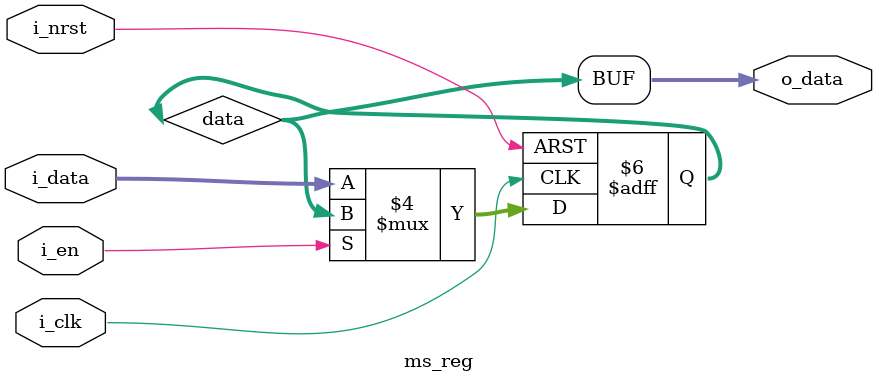
<source format=v>
module ms_reg
#(parameter DATA_WIDTH=32, parameter REGNAME="defreg")
(
    input   i_clk,
    input   i_nrst,
    input   i_en,
    input   [DATA_WIDTH-1:0]  i_data,
    output  [DATA_WIDTH-1:0]  o_data
);

reg [DATA_WIDTH-1:0] data;

assign o_data = data;

always @(posedge i_clk or negedge i_nrst) begin
    if (~i_nrst)
	     data <= 0;
	 else if (~i_en)
        data <= i_data;
end

/*always @(posedge i_clk) begin : __DEBUG_MS_REG
    $display("$%s:\tp %h,\ts %h", REGNAME, primary_reg, secondary_reg);
end*/
/*
always @(posedge i_clk) begin : __DEBUG_SPECIFIC
    case(REGNAME)
        "INST",
        "A",
        "B",
        "R",
        "D",
        "BTA",
        "NPC":
            $display("\t$%s:\t\tp %h", REGNAME, data,);
    endcase
end*/
  
endmodule

</source>
